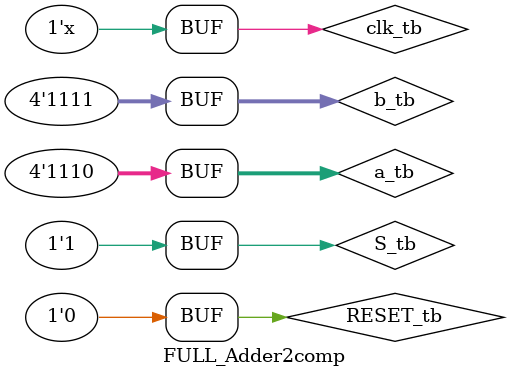
<source format=v>
`timescale 100ns/10ps

module FULL_Adder2comp();

parameter N = 4;

reg clk_tb, S_tb, RESET_tb;
wire loadAB_tb, // load nos registradores A, B e os sinais de A e de B
    loadmagAB_tb,  //faz o laod dos valores de A e de B convertidos de complemento de 2
    compmag_tb, //compara as magnitudes de A e de B
    compsigns_tb, //Compara os sinais de A e de B
    add_sub_tb, //reliza a soma ou a subtrada
    loadres_tb, //faz o load do resultado
    done_tb; //indica que esta pronto

UC_Adder2comp UC( .clk(clk_tb), .S(S_tb), .RESET(RESET_tb), .loadAB(loadAB_tb), .loadmagAB(loadmagAB_tb), .compmag(compmag_tb), .compsigns(compsigns_tb), .add_sub(add_sub_tb),  .loadres(loadres_tb), .done(done_tb));

reg [N-1:0] a_tb, b_tb;
wire [N:0] result_tb;

FD_Adder2comp FD(.a(a_tb), .b(b_tb), .clk(clk_tb), .RESET(RESET_tb), 
    .loadAB(loadAB_tb), .loadmagAB(loadmagAB_tb), .comp_mag(compmag_tb),
    .comp_sinais(compsigns_tb), .soma_sub(add_sub_tb),  .loadRES(loadres_tb),
    .result(result_tb));


initial begin
    $monitor("a = %b || b = %b || loadAB  = %d || loadmagAB = %d || compmag = %d || comp_sinais = %d || soma_sub = %d || loadres = %d || result = %b", a_tb, b_tb, loadAB_tb, loadmagAB_tb, compmag_tb, compsigns_tb, add_sub_tb, loadres_tb, result_tb);

    S_tb = 1;
    RESET_tb = 1;
    clk_tb = 0;
    #20
    RESET_tb = 0;
    #10
    a_tb = -2;
    b_tb = -1;
end

always begin
    #10 clk_tb = ~clk_tb;
end



endmodule
</source>
